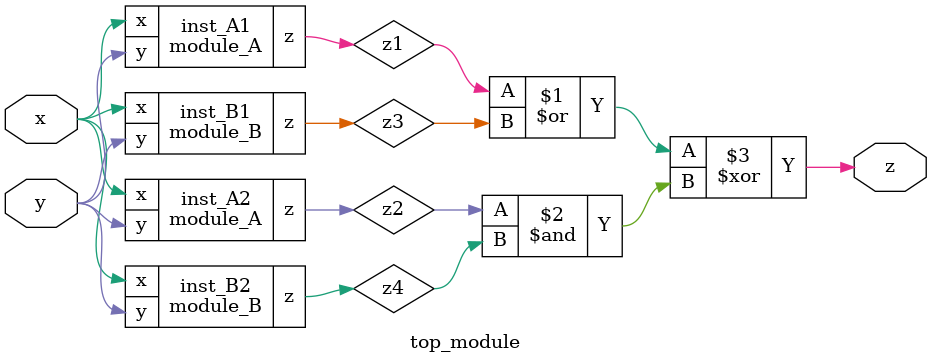
<source format=sv>
module module_A(
    input x,
    input y,
    output z
);

assign z = (x ^ y) & x;

endmodule
module module_B(
    input x,
    input y,
    output z
);

assign z = ((x == 0) && (y == 0)) || ((x == 1) && (y == 0)) || ((x == 0) && (y == 1));

endmodule
module top_module(
    input x,
    input y,
    output z
);

wire z1, z2, z3, z4;

module_A inst_A1 (
    .x(x),
    .y(y),
    .z(z1)
);

module_A inst_A2 (
    .x(x),
    .y(y),
    .z(z2)
);

module_B inst_B1 (
    .x(x),
    .y(y),
    .z(z3)
);

module_B inst_B2 (
    .x(x),
    .y(y),
    .z(z4)
);

assign z = (z1 | z3) ^ (z2 & z4);

endmodule

</source>
